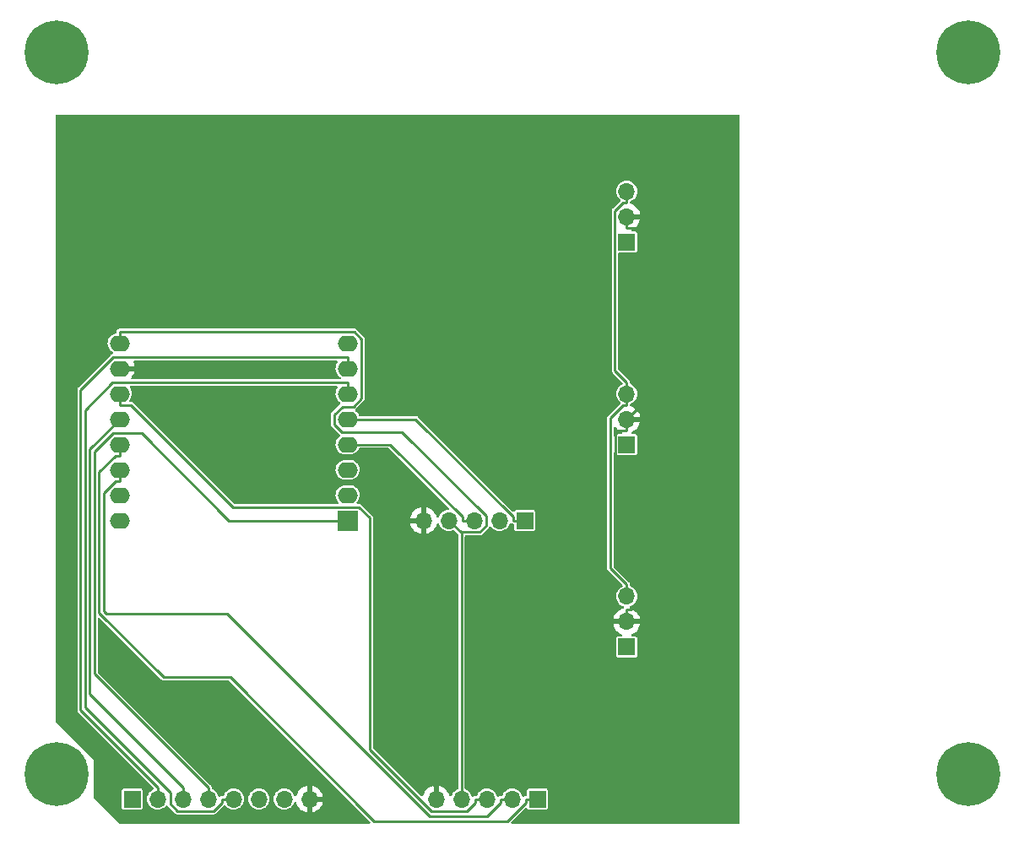
<source format=gbr>
%TF.GenerationSoftware,KiCad,Pcbnew,(6.0.5)*%
%TF.CreationDate,2022-06-11T22:34:52+01:00*%
%TF.ProjectId,kiln-pcb,6b696c6e-2d70-4636-922e-6b696361645f,rev?*%
%TF.SameCoordinates,Original*%
%TF.FileFunction,Copper,L2,Bot*%
%TF.FilePolarity,Positive*%
%FSLAX46Y46*%
G04 Gerber Fmt 4.6, Leading zero omitted, Abs format (unit mm)*
G04 Created by KiCad (PCBNEW (6.0.5)) date 2022-06-11 22:34:52*
%MOMM*%
%LPD*%
G01*
G04 APERTURE LIST*
%TA.AperFunction,ComponentPad*%
%ADD10R,1.700000X1.700000*%
%TD*%
%TA.AperFunction,ComponentPad*%
%ADD11O,1.700000X1.700000*%
%TD*%
%TA.AperFunction,ComponentPad*%
%ADD12C,0.800000*%
%TD*%
%TA.AperFunction,ComponentPad*%
%ADD13C,6.400000*%
%TD*%
%TA.AperFunction,ComponentPad*%
%ADD14R,2.000000X2.000000*%
%TD*%
%TA.AperFunction,ComponentPad*%
%ADD15O,2.000000X1.600000*%
%TD*%
%TA.AperFunction,Conductor*%
%ADD16C,0.250000*%
%TD*%
G04 APERTURE END LIST*
D10*
%TO.P,J5,1,Pin_1*%
%TO.N,Sig_relay*%
X137220000Y-83820000D03*
D11*
%TO.P,J5,2,Pin_2*%
%TO.N,GND_relay*%
X137220000Y-81280000D03*
%TO.P,J5,3,Pin_3*%
%TO.N,3V3*%
X137220000Y-78740000D03*
%TD*%
D12*
%TO.P,REF\u002A\u002A,1*%
%TO.N,N/C*%
X171450000Y-46850000D03*
X169752944Y-46147056D03*
X169752944Y-42752944D03*
X171450000Y-42050000D03*
D13*
X171450000Y-44450000D03*
D12*
X173147056Y-46147056D03*
X173850000Y-44450000D03*
X169050000Y-44450000D03*
X173147056Y-42752944D03*
%TD*%
D10*
%TO.P,J1,1,Pin_1*%
%TO.N,unconnected-(J1-Pad1)*%
X87630000Y-119380000D03*
D11*
%TO.P,J1,2,Pin_2*%
%TO.N,CS_TFT*%
X90170000Y-119380000D03*
%TO.P,J1,3,Pin_3*%
%TO.N,DC_TFT*%
X92710000Y-119380000D03*
%TO.P,J1,4,Pin_4*%
%TO.N,RES_TFT*%
X95250000Y-119380000D03*
%TO.P,J1,5,Pin_5*%
%TO.N,SDA_TFT*%
X97790000Y-119380000D03*
%TO.P,J1,6,Pin_6*%
%TO.N,SCK_T*%
X100330000Y-119380000D03*
%TO.P,J1,7,Pin_7*%
%TO.N,5V*%
X102870000Y-119380000D03*
%TO.P,J1,8,Pin_8*%
%TO.N,GND_relay*%
X105410000Y-119380000D03*
%TD*%
D12*
%TO.P,REF\u002A\u002A,1*%
%TO.N,N/C*%
X80010000Y-114440000D03*
X81707056Y-118537056D03*
X80010000Y-119240000D03*
X82410000Y-116840000D03*
X78312944Y-118537056D03*
X81707056Y-115142944D03*
X78312944Y-115142944D03*
X77610000Y-116840000D03*
D13*
X80010000Y-116840000D03*
%TD*%
D14*
%TO.P,U1,1,~{RST}*%
%TO.N,RES_TFT*%
X109220000Y-91440000D03*
D15*
%TO.P,U1,2,A0*%
%TO.N,unconnected-(U1-Pad2)*%
X109220000Y-88900000D03*
%TO.P,U1,3,D0*%
%TO.N,Sig_relay*%
X109220000Y-86360000D03*
%TO.P,U1,4,SCK/D5*%
%TO.N,SCK_T*%
X109220000Y-83820000D03*
%TO.P,U1,5,MISO/D6*%
%TO.N,SO_T*%
X109220000Y-81280000D03*
%TO.P,U1,6,MOSI/D7*%
%TO.N,SDA_TFT*%
X109220000Y-78740000D03*
%TO.P,U1,7,CS/D8*%
%TO.N,CS_TFT*%
X109220000Y-76200000D03*
%TO.P,U1,8,3V3*%
%TO.N,3V3*%
X109220000Y-73660000D03*
%TO.P,U1,9,5V*%
%TO.N,5V*%
X86360000Y-73660000D03*
%TO.P,U1,10,GND*%
%TO.N,GND_relay*%
X86360000Y-76200000D03*
%TO.P,U1,11,D4*%
%TO.N,SW_ROTARY*%
X86360000Y-78740000D03*
%TO.P,U1,12,D3*%
%TO.N,DC_TFT*%
X86360000Y-81280000D03*
%TO.P,U1,13,SDA/D2*%
%TO.N,CLK_ROTARY*%
X86360000Y-83820000D03*
%TO.P,U1,14,SCL/D1*%
%TO.N,DT_ROTARY*%
X86360000Y-86360000D03*
%TO.P,U1,15,RX*%
%TO.N,unconnected-(U1-Pad15)*%
X86360000Y-88900000D03*
%TO.P,U1,16,TX*%
%TO.N,CS_T*%
X86360000Y-91440000D03*
%TD*%
D10*
%TO.P,J6,1,Pin_1*%
%TO.N,Sig_relay*%
X137220000Y-104125000D03*
D11*
%TO.P,J6,2,Pin_2*%
%TO.N,GND_relay*%
X137220000Y-101585000D03*
%TO.P,J6,3,Pin_3*%
%TO.N,3V3*%
X137220000Y-99045000D03*
%TD*%
D10*
%TO.P,J3,1,Pin_1*%
%TO.N,CLK_ROTARY*%
X128265000Y-119380000D03*
D11*
%TO.P,J3,2,Pin_2*%
%TO.N,DT_ROTARY*%
X125725000Y-119380000D03*
%TO.P,J3,3,Pin_3*%
%TO.N,SW_ROTARY*%
X123185000Y-119380000D03*
%TO.P,J3,4,Pin_4*%
%TO.N,5V*%
X120645000Y-119380000D03*
%TO.P,J3,5,Pin_5*%
%TO.N,GND_relay*%
X118105000Y-119380000D03*
%TD*%
D12*
%TO.P,REF\u002A\u002A,1*%
%TO.N,N/C*%
X173147056Y-118537056D03*
D13*
X171450000Y-116840000D03*
D12*
X173147056Y-115142944D03*
X171450000Y-114440000D03*
X169752944Y-118537056D03*
X169050000Y-116840000D03*
X169752944Y-115142944D03*
X171450000Y-119240000D03*
X173850000Y-116840000D03*
%TD*%
%TO.P,REF\u002A\u002A,1*%
%TO.N,N/C*%
X81707056Y-46147056D03*
X80010000Y-46850000D03*
X77610000Y-44450000D03*
X81707056Y-42752944D03*
X78312944Y-42752944D03*
D13*
X80010000Y-44450000D03*
D12*
X82410000Y-44450000D03*
X80010000Y-42050000D03*
X78312944Y-46147056D03*
%TD*%
D10*
%TO.P,J2,1,Pin_1*%
%TO.N,SO_T*%
X127000000Y-91440000D03*
D11*
%TO.P,J2,2,Pin_2*%
%TO.N,CS_T*%
X124460000Y-91440000D03*
%TO.P,J2,3,Pin_3*%
%TO.N,SCK_T*%
X121920000Y-91440000D03*
%TO.P,J2,4,Pin_4*%
%TO.N,5V*%
X119380000Y-91440000D03*
%TO.P,J2,5,Pin_5*%
%TO.N,GND_relay*%
X116840000Y-91440000D03*
%TD*%
D10*
%TO.P,J4,1,Pin_1*%
%TO.N,Sig_relay*%
X137220000Y-63500000D03*
D11*
%TO.P,J4,2,Pin_2*%
%TO.N,GND_relay*%
X137220000Y-60960000D03*
%TO.P,J4,3,Pin_3*%
%TO.N,3V3*%
X137220000Y-58420000D03*
%TD*%
D16*
%TO.N,CS_TFT*%
X109220000Y-75074700D02*
X85693500Y-75074700D01*
X85693500Y-75074700D02*
X82444000Y-78324200D01*
X82444000Y-78324200D02*
X82444000Y-110478700D01*
X82444000Y-110478700D02*
X90170000Y-118204700D01*
X90170000Y-119380000D02*
X90170000Y-118204700D01*
X109220000Y-76200000D02*
X109220000Y-75074700D01*
%TO.N,DC_TFT*%
X83377600Y-108872300D02*
X92710000Y-118204700D01*
X92710000Y-119380000D02*
X92710000Y-118204700D01*
X86360000Y-81280000D02*
X83377600Y-84262400D01*
X83377600Y-84262400D02*
X83377600Y-108872300D01*
%TO.N,RES_TFT*%
X109220000Y-91440000D02*
X97322700Y-91440000D01*
X88572900Y-82690200D02*
X85676700Y-82690200D01*
X95250000Y-119380000D02*
X95250000Y-118204700D01*
X83828300Y-106783000D02*
X95250000Y-118204700D01*
X97322700Y-91440000D02*
X88572900Y-82690200D01*
X83828300Y-84538600D02*
X83828300Y-106783000D01*
X85676700Y-82690200D02*
X83828300Y-84538600D01*
%TO.N,SDA_TFT*%
X95775100Y-120584900D02*
X96614700Y-119745300D01*
X82894600Y-80368700D02*
X82894600Y-110204400D01*
X109220000Y-78740000D02*
X109220000Y-77614700D01*
X97790000Y-119380000D02*
X96614700Y-119380000D01*
X109220000Y-77614700D02*
X85648600Y-77614700D01*
X92146500Y-120584900D02*
X95775100Y-120584900D01*
X82894600Y-110204400D02*
X91440000Y-118749800D01*
X91440000Y-118749800D02*
X91440000Y-119878400D01*
X96614700Y-119745300D02*
X96614700Y-119380000D01*
X91440000Y-119878400D02*
X92146500Y-120584900D01*
X85648600Y-77614700D02*
X82894600Y-80368700D01*
%TO.N,5V*%
X123102200Y-92000600D02*
X122487400Y-92615400D01*
X109894800Y-72534700D02*
X110598700Y-73238600D01*
X110598700Y-73238600D02*
X110598700Y-79217300D01*
X107867300Y-81798300D02*
X108619000Y-82550000D01*
X110598700Y-79217300D02*
X109806000Y-80010000D01*
X109806000Y-80010000D02*
X108698300Y-80010000D01*
X86360000Y-73660000D02*
X86360000Y-72534700D01*
X108698300Y-80010000D02*
X107867300Y-80841000D01*
X120645000Y-92615400D02*
X120645000Y-119380000D01*
X120555400Y-92615400D02*
X119380000Y-91440000D01*
X114705500Y-82550000D02*
X123102200Y-90946700D01*
X120645000Y-92615400D02*
X120555400Y-92615400D01*
X122487400Y-92615400D02*
X120645000Y-92615400D01*
X86360000Y-72534700D02*
X109894800Y-72534700D01*
X107867300Y-80841000D02*
X107867300Y-81798300D01*
X108619000Y-82550000D02*
X114705500Y-82550000D01*
X123102200Y-90946700D02*
X123102200Y-92000600D01*
%TO.N,SO_T*%
X116032000Y-81280000D02*
X109220000Y-81280000D01*
X125824700Y-91440000D02*
X125824700Y-91072700D01*
X125824700Y-91072700D02*
X116032000Y-81280000D01*
X127000000Y-91440000D02*
X125824700Y-91440000D01*
%TO.N,SCK_T*%
X113492000Y-83820000D02*
X109220000Y-83820000D01*
X121920000Y-91440000D02*
X120744700Y-91440000D01*
X120744700Y-91440000D02*
X120744700Y-91072700D01*
X120744700Y-91072700D02*
X113492000Y-83820000D01*
%TO.N,GND_relay*%
X136044700Y-82822500D02*
X136044700Y-86355600D01*
X138028000Y-62135300D02*
X138425300Y-62532600D01*
X138425300Y-62532600D02*
X138425300Y-80074700D01*
X136044700Y-86355600D02*
X138395400Y-88706300D01*
X138395400Y-88706300D02*
X138395400Y-99601600D01*
X138395400Y-99601600D02*
X137587300Y-100409700D01*
X136411900Y-82455300D02*
X136044700Y-82822500D01*
X137220000Y-81280000D02*
X137220000Y-82455300D01*
X137220000Y-101585000D02*
X137220000Y-100409700D01*
X116840000Y-91440000D02*
X116840000Y-116939700D01*
X137220000Y-62135300D02*
X138028000Y-62135300D01*
X116840000Y-116939700D02*
X118105000Y-118204700D01*
X118105000Y-119380000D02*
X118105000Y-118204700D01*
X137220000Y-82455300D02*
X136411900Y-82455300D01*
X137587300Y-100409700D02*
X137220000Y-100409700D01*
X138425300Y-80074700D02*
X137220000Y-81280000D01*
X137220000Y-60960000D02*
X137220000Y-62135300D01*
%TO.N,3V3*%
X135594400Y-81173500D02*
X135594400Y-96244100D01*
X137220000Y-79915300D02*
X136852600Y-79915300D01*
X136041700Y-60406300D02*
X136041700Y-76386400D01*
X137220000Y-59595300D02*
X136852700Y-59595300D01*
X136041700Y-76386400D02*
X137220000Y-77564700D01*
X137220000Y-78740000D02*
X137220000Y-77564700D01*
X136852700Y-59595300D02*
X136041700Y-60406300D01*
X137220000Y-58420000D02*
X137220000Y-59595300D01*
X137220000Y-78740000D02*
X137220000Y-79915300D01*
X137220000Y-99045000D02*
X137220000Y-97869700D01*
X136852600Y-79915300D02*
X135594400Y-81173500D01*
X135594400Y-96244100D02*
X137220000Y-97869700D01*
%TO.N,CLK_ROTARY*%
X97467100Y-107180100D02*
X111871600Y-121584600D01*
X90794800Y-107180100D02*
X97467100Y-107180100D01*
X111871600Y-121584600D02*
X125252400Y-121584600D01*
X85938000Y-84945300D02*
X84302400Y-86580900D01*
X84302400Y-86580900D02*
X84302400Y-100687700D01*
X86360000Y-83820000D02*
X86360000Y-84945300D01*
X127089700Y-119747300D02*
X127089700Y-119380000D01*
X86360000Y-84945300D02*
X85938000Y-84945300D01*
X84302400Y-100687700D02*
X90794800Y-107180100D01*
X125252400Y-121584600D02*
X127089700Y-119747300D01*
X128265000Y-119380000D02*
X127089700Y-119380000D01*
%TO.N,DT_ROTARY*%
X85011400Y-100756300D02*
X84752800Y-100497700D01*
X124549700Y-119380000D02*
X124549700Y-119747300D01*
X84752800Y-88670500D02*
X85938000Y-87485300D01*
X123217600Y-121079400D02*
X117481000Y-121079400D01*
X84752800Y-100497700D02*
X84752800Y-88670500D01*
X97157900Y-100756300D02*
X85011400Y-100756300D01*
X86360000Y-86360000D02*
X86360000Y-87485300D01*
X117481000Y-121079400D02*
X97157900Y-100756300D01*
X124549700Y-119747300D02*
X123217600Y-121079400D01*
X85938000Y-87485300D02*
X86360000Y-87485300D01*
X125725000Y-119380000D02*
X124549700Y-119380000D01*
%TO.N,SW_ROTARY*%
X97734600Y-90114600D02*
X87485300Y-79865300D01*
X122009700Y-119380000D02*
X122009700Y-119747300D01*
X110384700Y-90114600D02*
X97734600Y-90114600D01*
X117645300Y-120606500D02*
X111446800Y-114408000D01*
X111446800Y-91176700D02*
X110384700Y-90114600D01*
X87485300Y-79865300D02*
X86360000Y-79865300D01*
X111446800Y-114408000D02*
X111446800Y-91176700D01*
X122009700Y-119747300D02*
X121150500Y-120606500D01*
X123185000Y-119380000D02*
X122009700Y-119380000D01*
X86360000Y-78740000D02*
X86360000Y-79865300D01*
X121150500Y-120606500D02*
X117645300Y-120606500D01*
%TD*%
%TA.AperFunction,Conductor*%
%TO.N,GND_relay*%
G36*
X148495679Y-50748150D02*
G01*
X148542172Y-50801806D01*
X148553558Y-50854148D01*
X148553558Y-121722148D01*
X148533556Y-121790269D01*
X148479900Y-121836762D01*
X148427558Y-121848148D01*
X125753368Y-121848148D01*
X125685247Y-121828146D01*
X125638754Y-121774490D01*
X125628650Y-121704216D01*
X125658144Y-121639636D01*
X125664273Y-121633053D01*
X127025218Y-120272108D01*
X127087530Y-120238082D01*
X127158345Y-120243147D01*
X127215181Y-120285694D01*
X127225123Y-120303151D01*
X127226133Y-120308231D01*
X127270448Y-120374552D01*
X127336769Y-120418867D01*
X127348938Y-120421288D01*
X127348939Y-120421288D01*
X127389184Y-120429293D01*
X127395252Y-120430500D01*
X129134748Y-120430500D01*
X129140816Y-120429293D01*
X129181061Y-120421288D01*
X129181062Y-120421288D01*
X129193231Y-120418867D01*
X129259552Y-120374552D01*
X129303867Y-120308231D01*
X129310670Y-120274033D01*
X129314293Y-120255816D01*
X129315500Y-120249748D01*
X129315500Y-118510252D01*
X129303867Y-118451769D01*
X129259552Y-118385448D01*
X129193231Y-118341133D01*
X129181062Y-118338712D01*
X129181061Y-118338712D01*
X129140816Y-118330707D01*
X129134748Y-118329500D01*
X127395252Y-118329500D01*
X127389184Y-118330707D01*
X127348939Y-118338712D01*
X127348938Y-118338712D01*
X127336769Y-118341133D01*
X127270448Y-118385448D01*
X127226133Y-118451769D01*
X127214500Y-118510252D01*
X127214500Y-118928500D01*
X127194498Y-118996621D01*
X127140842Y-119043114D01*
X127088500Y-119054500D01*
X127032306Y-119054500D01*
X127015486Y-119060622D01*
X126994276Y-119066305D01*
X126976655Y-119069412D01*
X126961156Y-119078360D01*
X126941257Y-119087639D01*
X126924440Y-119093760D01*
X126915994Y-119100847D01*
X126906450Y-119106357D01*
X126905013Y-119103868D01*
X126855396Y-119125581D01*
X126785292Y-119114361D01*
X126732382Y-119067021D01*
X126718828Y-119037013D01*
X126713143Y-119018185D01*
X126700935Y-118977749D01*
X126604218Y-118795849D01*
X126486063Y-118650977D01*
X126477906Y-118640975D01*
X126477903Y-118640972D01*
X126474011Y-118636200D01*
X126467173Y-118630543D01*
X126320025Y-118508811D01*
X126320021Y-118508809D01*
X126315275Y-118504882D01*
X126134055Y-118406897D01*
X125937254Y-118345977D01*
X125931129Y-118345333D01*
X125931128Y-118345333D01*
X125738498Y-118325087D01*
X125738496Y-118325087D01*
X125732369Y-118324443D01*
X125645529Y-118332346D01*
X125533342Y-118342555D01*
X125533339Y-118342556D01*
X125527203Y-118343114D01*
X125329572Y-118401280D01*
X125147002Y-118496726D01*
X125142201Y-118500586D01*
X125142198Y-118500588D01*
X124991254Y-118621950D01*
X124986447Y-118625815D01*
X124854024Y-118783630D01*
X124851056Y-118789028D01*
X124851053Y-118789033D01*
X124798501Y-118884626D01*
X124754776Y-118964162D01*
X124752914Y-118970031D01*
X124750485Y-118975699D01*
X124748458Y-118974830D01*
X124714342Y-119025481D01*
X124649140Y-119053575D01*
X124633901Y-119054500D01*
X124492306Y-119054500D01*
X124475486Y-119060622D01*
X124454276Y-119066305D01*
X124436655Y-119069412D01*
X124421156Y-119078360D01*
X124401257Y-119087639D01*
X124384440Y-119093760D01*
X124375994Y-119100847D01*
X124366450Y-119106357D01*
X124365013Y-119103868D01*
X124315396Y-119125581D01*
X124245292Y-119114361D01*
X124192382Y-119067021D01*
X124178828Y-119037013D01*
X124173143Y-119018185D01*
X124160935Y-118977749D01*
X124064218Y-118795849D01*
X123946063Y-118650977D01*
X123937906Y-118640975D01*
X123937903Y-118640972D01*
X123934011Y-118636200D01*
X123927173Y-118630543D01*
X123780025Y-118508811D01*
X123780021Y-118508809D01*
X123775275Y-118504882D01*
X123594055Y-118406897D01*
X123397254Y-118345977D01*
X123391129Y-118345333D01*
X123391128Y-118345333D01*
X123198498Y-118325087D01*
X123198496Y-118325087D01*
X123192369Y-118324443D01*
X123105529Y-118332346D01*
X122993342Y-118342555D01*
X122993339Y-118342556D01*
X122987203Y-118343114D01*
X122789572Y-118401280D01*
X122607002Y-118496726D01*
X122602201Y-118500586D01*
X122602198Y-118500588D01*
X122451254Y-118621950D01*
X122446447Y-118625815D01*
X122314024Y-118783630D01*
X122311056Y-118789028D01*
X122311053Y-118789033D01*
X122258501Y-118884626D01*
X122214776Y-118964162D01*
X122212914Y-118970031D01*
X122210485Y-118975699D01*
X122208458Y-118974830D01*
X122174342Y-119025481D01*
X122109140Y-119053575D01*
X122093901Y-119054500D01*
X121952306Y-119054500D01*
X121935486Y-119060622D01*
X121914276Y-119066305D01*
X121896655Y-119069412D01*
X121881156Y-119078360D01*
X121861257Y-119087639D01*
X121844440Y-119093760D01*
X121835994Y-119100847D01*
X121826450Y-119106357D01*
X121825013Y-119103868D01*
X121775396Y-119125581D01*
X121705292Y-119114361D01*
X121652382Y-119067021D01*
X121638828Y-119037013D01*
X121633143Y-119018185D01*
X121620935Y-118977749D01*
X121524218Y-118795849D01*
X121406063Y-118650977D01*
X121397906Y-118640975D01*
X121397903Y-118640972D01*
X121394011Y-118636200D01*
X121387173Y-118630543D01*
X121240025Y-118508811D01*
X121240021Y-118508809D01*
X121235275Y-118504882D01*
X121054055Y-118406897D01*
X121048167Y-118405074D01*
X121047676Y-118404868D01*
X120992628Y-118360033D01*
X120970500Y-118288712D01*
X120970500Y-101852966D01*
X135888257Y-101852966D01*
X135918565Y-101987446D01*
X135921645Y-101997275D01*
X136001770Y-102194603D01*
X136006413Y-102203794D01*
X136117694Y-102385388D01*
X136123777Y-102393699D01*
X136263213Y-102554667D01*
X136270580Y-102561883D01*
X136434434Y-102697916D01*
X136442881Y-102703831D01*
X136626756Y-102811279D01*
X136636043Y-102815729D01*
X136675484Y-102830790D01*
X136731987Y-102873778D01*
X136756280Y-102940489D01*
X136740650Y-103009743D01*
X136690059Y-103059554D01*
X136630535Y-103074500D01*
X136350252Y-103074500D01*
X136344184Y-103075707D01*
X136303939Y-103083712D01*
X136303938Y-103083712D01*
X136291769Y-103086133D01*
X136225448Y-103130448D01*
X136181133Y-103196769D01*
X136169500Y-103255252D01*
X136169500Y-104994748D01*
X136181133Y-105053231D01*
X136225448Y-105119552D01*
X136291769Y-105163867D01*
X136303938Y-105166288D01*
X136303939Y-105166288D01*
X136344184Y-105174293D01*
X136350252Y-105175500D01*
X138089748Y-105175500D01*
X138095816Y-105174293D01*
X138136061Y-105166288D01*
X138136062Y-105166288D01*
X138148231Y-105163867D01*
X138214552Y-105119552D01*
X138258867Y-105053231D01*
X138270500Y-104994748D01*
X138270500Y-103255252D01*
X138258867Y-103196769D01*
X138214552Y-103130448D01*
X138148231Y-103086133D01*
X138136062Y-103083712D01*
X138136061Y-103083712D01*
X138095816Y-103075707D01*
X138089748Y-103074500D01*
X137810107Y-103074500D01*
X137741986Y-103054498D01*
X137695493Y-103000842D01*
X137685389Y-102930568D01*
X137714883Y-102865988D01*
X137754675Y-102835349D01*
X137913090Y-102757742D01*
X137921945Y-102752464D01*
X138095328Y-102628792D01*
X138103200Y-102622139D01*
X138254052Y-102471812D01*
X138260730Y-102463965D01*
X138385003Y-102291020D01*
X138390313Y-102282183D01*
X138484670Y-102091267D01*
X138488469Y-102081672D01*
X138550377Y-101877910D01*
X138552555Y-101867837D01*
X138553986Y-101856962D01*
X138551775Y-101842778D01*
X138538617Y-101839000D01*
X135903225Y-101839000D01*
X135889694Y-101842973D01*
X135888257Y-101852966D01*
X120970500Y-101852966D01*
X120970500Y-96272907D01*
X135265136Y-96272907D01*
X135267990Y-96283556D01*
X135274891Y-96309310D01*
X135277270Y-96320042D01*
X135283812Y-96357145D01*
X135289323Y-96366690D01*
X135290515Y-96369966D01*
X135291992Y-96373134D01*
X135294846Y-96383784D01*
X135301170Y-96392815D01*
X135316455Y-96414644D01*
X135322361Y-96423915D01*
X135335693Y-96447006D01*
X135341206Y-96456555D01*
X135349651Y-96463641D01*
X135370082Y-96480785D01*
X135378185Y-96488211D01*
X136789758Y-97899784D01*
X136823784Y-97962096D01*
X136818719Y-98032911D01*
X136776172Y-98089747D01*
X136759038Y-98100540D01*
X136642002Y-98161726D01*
X136637201Y-98165586D01*
X136637198Y-98165588D01*
X136626971Y-98173811D01*
X136481447Y-98290815D01*
X136349024Y-98448630D01*
X136346056Y-98454028D01*
X136346053Y-98454033D01*
X136339315Y-98466290D01*
X136249776Y-98629162D01*
X136187484Y-98825532D01*
X136186798Y-98831649D01*
X136186797Y-98831653D01*
X136165207Y-99024137D01*
X136164520Y-99030262D01*
X136181759Y-99235553D01*
X136238544Y-99433586D01*
X136241359Y-99439063D01*
X136241360Y-99439066D01*
X136262247Y-99479707D01*
X136332712Y-99616818D01*
X136460677Y-99778270D01*
X136617564Y-99911791D01*
X136797398Y-100012297D01*
X136862437Y-100033429D01*
X136921042Y-100073502D01*
X136948680Y-100138898D01*
X136936574Y-100208855D01*
X136888568Y-100261162D01*
X136862646Y-100273027D01*
X136696868Y-100327212D01*
X136687359Y-100331209D01*
X136498463Y-100429542D01*
X136489738Y-100435036D01*
X136319433Y-100562905D01*
X136311726Y-100569748D01*
X136164590Y-100723717D01*
X136158104Y-100731727D01*
X136038098Y-100907649D01*
X136033000Y-100916623D01*
X135943338Y-101109783D01*
X135939775Y-101119470D01*
X135884389Y-101319183D01*
X135885912Y-101327607D01*
X135898292Y-101331000D01*
X138538344Y-101331000D01*
X138551875Y-101327027D01*
X138553180Y-101317947D01*
X138511214Y-101150875D01*
X138507894Y-101141124D01*
X138422972Y-100945814D01*
X138418105Y-100936739D01*
X138302426Y-100757926D01*
X138296136Y-100749757D01*
X138152806Y-100592240D01*
X138145273Y-100585215D01*
X137978139Y-100453222D01*
X137969552Y-100447517D01*
X137783117Y-100344599D01*
X137773705Y-100340369D01*
X137582031Y-100272493D01*
X137524495Y-100230899D01*
X137498579Y-100164801D01*
X137512513Y-100095185D01*
X137561872Y-100044154D01*
X137590206Y-100032362D01*
X137595790Y-100030803D01*
X137595799Y-100030800D01*
X137601725Y-100029145D01*
X137607214Y-100026372D01*
X137607220Y-100026370D01*
X137780116Y-99939033D01*
X137785610Y-99936258D01*
X137947951Y-99809424D01*
X138082564Y-99653472D01*
X138103387Y-99616818D01*
X138181276Y-99479707D01*
X138184323Y-99474344D01*
X138249351Y-99278863D01*
X138275171Y-99074474D01*
X138275583Y-99045000D01*
X138255480Y-98839970D01*
X138195935Y-98642749D01*
X138099218Y-98460849D01*
X138025859Y-98370902D01*
X137972906Y-98305975D01*
X137972903Y-98305972D01*
X137969011Y-98301200D01*
X137951786Y-98286950D01*
X137815025Y-98173811D01*
X137815021Y-98173809D01*
X137810275Y-98169882D01*
X137629055Y-98071897D01*
X137623167Y-98070074D01*
X137622676Y-98069868D01*
X137567628Y-98025033D01*
X137545500Y-97953712D01*
X137545500Y-97889410D01*
X137545980Y-97878428D01*
X137548303Y-97851880D01*
X137548303Y-97851878D01*
X137549264Y-97840893D01*
X137539508Y-97804485D01*
X137537130Y-97793758D01*
X137536538Y-97790399D01*
X137530588Y-97756655D01*
X137525077Y-97747110D01*
X137523885Y-97743834D01*
X137522408Y-97740666D01*
X137519554Y-97730016D01*
X137497945Y-97699156D01*
X137492039Y-97689885D01*
X137478707Y-97666794D01*
X137473194Y-97657245D01*
X137444317Y-97633015D01*
X137436215Y-97625589D01*
X135956805Y-96146179D01*
X135922779Y-96083867D01*
X135919900Y-96057084D01*
X135919900Y-84714116D01*
X135939902Y-84645995D01*
X135993558Y-84599502D01*
X136063832Y-84589398D01*
X136128412Y-84618892D01*
X136166796Y-84678618D01*
X136168979Y-84689852D01*
X136169500Y-84689748D01*
X136176635Y-84725616D01*
X136181133Y-84748231D01*
X136225448Y-84814552D01*
X136291769Y-84858867D01*
X136303938Y-84861288D01*
X136303939Y-84861288D01*
X136344184Y-84869293D01*
X136350252Y-84870500D01*
X138089748Y-84870500D01*
X138095816Y-84869293D01*
X138136061Y-84861288D01*
X138136062Y-84861288D01*
X138148231Y-84858867D01*
X138214552Y-84814552D01*
X138258867Y-84748231D01*
X138263366Y-84725616D01*
X138269293Y-84695816D01*
X138270500Y-84689748D01*
X138270500Y-82950252D01*
X138258867Y-82891769D01*
X138214552Y-82825448D01*
X138148231Y-82781133D01*
X138136062Y-82778712D01*
X138136061Y-82778712D01*
X138095816Y-82770707D01*
X138089748Y-82769500D01*
X137810107Y-82769500D01*
X137741986Y-82749498D01*
X137695493Y-82695842D01*
X137685389Y-82625568D01*
X137714883Y-82560988D01*
X137754675Y-82530349D01*
X137913090Y-82452742D01*
X137921945Y-82447464D01*
X138095328Y-82323792D01*
X138103200Y-82317139D01*
X138254052Y-82166812D01*
X138260730Y-82158965D01*
X138385003Y-81986020D01*
X138390313Y-81977183D01*
X138484670Y-81786267D01*
X138488469Y-81776672D01*
X138550377Y-81572910D01*
X138552555Y-81562837D01*
X138553986Y-81551962D01*
X138551775Y-81537778D01*
X138538617Y-81534000D01*
X137092000Y-81534000D01*
X137023879Y-81513998D01*
X136977386Y-81460342D01*
X136966000Y-81408000D01*
X136966000Y-81152000D01*
X136986002Y-81083879D01*
X137039658Y-81037386D01*
X137092000Y-81026000D01*
X138538344Y-81026000D01*
X138551875Y-81022027D01*
X138553180Y-81012947D01*
X138511214Y-80845875D01*
X138507894Y-80836124D01*
X138422972Y-80640814D01*
X138418105Y-80631739D01*
X138302426Y-80452926D01*
X138296136Y-80444757D01*
X138152806Y-80287240D01*
X138145273Y-80280215D01*
X137978139Y-80148222D01*
X137969552Y-80142517D01*
X137783117Y-80039599D01*
X137773705Y-80035368D01*
X137629440Y-79984281D01*
X137571903Y-79942686D01*
X137545988Y-79876589D01*
X137545500Y-79865508D01*
X137545500Y-79830062D01*
X137565502Y-79761941D01*
X137614690Y-79717596D01*
X137780113Y-79634035D01*
X137780115Y-79634034D01*
X137785610Y-79631258D01*
X137799315Y-79620551D01*
X137895003Y-79545791D01*
X137947951Y-79504424D01*
X137988443Y-79457514D01*
X138078540Y-79353134D01*
X138078540Y-79353133D01*
X138082564Y-79348472D01*
X138085709Y-79342937D01*
X138174706Y-79186273D01*
X138184323Y-79169344D01*
X138249351Y-78973863D01*
X138275171Y-78769474D01*
X138275583Y-78740000D01*
X138255480Y-78534970D01*
X138195935Y-78337749D01*
X138099218Y-78155849D01*
X137983413Y-78013858D01*
X137972906Y-78000975D01*
X137972903Y-78000972D01*
X137969011Y-77996200D01*
X137951786Y-77981950D01*
X137815025Y-77868811D01*
X137815021Y-77868809D01*
X137810275Y-77864882D01*
X137629055Y-77766897D01*
X137623167Y-77765074D01*
X137622676Y-77764868D01*
X137567628Y-77720033D01*
X137545500Y-77648712D01*
X137545500Y-77584410D01*
X137545980Y-77573428D01*
X137548303Y-77546880D01*
X137548303Y-77546878D01*
X137549264Y-77535893D01*
X137539508Y-77499485D01*
X137537130Y-77488758D01*
X137536538Y-77485399D01*
X137530588Y-77451655D01*
X137525077Y-77442110D01*
X137523885Y-77438834D01*
X137522408Y-77435666D01*
X137519554Y-77425016D01*
X137497945Y-77394156D01*
X137492039Y-77384885D01*
X137478707Y-77361794D01*
X137473194Y-77352245D01*
X137444317Y-77328015D01*
X137436215Y-77320589D01*
X136404105Y-76288479D01*
X136370079Y-76226167D01*
X136367200Y-76199384D01*
X136367200Y-64676500D01*
X136387202Y-64608379D01*
X136440858Y-64561886D01*
X136493200Y-64550500D01*
X138089748Y-64550500D01*
X138095816Y-64549293D01*
X138136061Y-64541288D01*
X138136062Y-64541288D01*
X138148231Y-64538867D01*
X138214552Y-64494552D01*
X138258867Y-64428231D01*
X138270500Y-64369748D01*
X138270500Y-62630252D01*
X138258867Y-62571769D01*
X138214552Y-62505448D01*
X138148231Y-62461133D01*
X138136062Y-62458712D01*
X138136061Y-62458712D01*
X138095816Y-62450707D01*
X138089748Y-62449500D01*
X137810107Y-62449500D01*
X137741986Y-62429498D01*
X137695493Y-62375842D01*
X137685389Y-62305568D01*
X137714883Y-62240988D01*
X137754675Y-62210349D01*
X137913090Y-62132742D01*
X137921945Y-62127464D01*
X138095328Y-62003792D01*
X138103200Y-61997139D01*
X138254052Y-61846812D01*
X138260730Y-61838965D01*
X138385003Y-61666020D01*
X138390313Y-61657183D01*
X138484670Y-61466267D01*
X138488469Y-61456672D01*
X138550377Y-61252910D01*
X138552555Y-61242837D01*
X138553986Y-61231962D01*
X138551775Y-61217778D01*
X138538617Y-61214000D01*
X137092000Y-61214000D01*
X137023879Y-61193998D01*
X136977386Y-61140342D01*
X136966000Y-61088000D01*
X136966000Y-60832000D01*
X136986002Y-60763879D01*
X137039658Y-60717386D01*
X137092000Y-60706000D01*
X138538344Y-60706000D01*
X138551875Y-60702027D01*
X138553180Y-60692947D01*
X138511214Y-60525875D01*
X138507894Y-60516124D01*
X138422972Y-60320814D01*
X138418105Y-60311739D01*
X138302426Y-60132926D01*
X138296136Y-60124757D01*
X138152806Y-59967240D01*
X138145273Y-59960215D01*
X137978139Y-59828222D01*
X137969552Y-59822517D01*
X137783117Y-59719599D01*
X137773705Y-59715368D01*
X137629440Y-59664281D01*
X137571903Y-59622686D01*
X137545988Y-59556589D01*
X137545500Y-59545508D01*
X137545500Y-59510062D01*
X137565502Y-59441941D01*
X137614690Y-59397596D01*
X137780113Y-59314035D01*
X137780115Y-59314034D01*
X137785610Y-59311258D01*
X137947951Y-59184424D01*
X138082564Y-59028472D01*
X138103387Y-58991818D01*
X138181276Y-58854707D01*
X138184323Y-58849344D01*
X138249351Y-58653863D01*
X138275171Y-58449474D01*
X138275583Y-58420000D01*
X138255480Y-58214970D01*
X138195935Y-58017749D01*
X138099218Y-57835849D01*
X138025859Y-57745902D01*
X137972906Y-57680975D01*
X137972903Y-57680972D01*
X137969011Y-57676200D01*
X137951786Y-57661950D01*
X137815025Y-57548811D01*
X137815021Y-57548809D01*
X137810275Y-57544882D01*
X137629055Y-57446897D01*
X137432254Y-57385977D01*
X137426129Y-57385333D01*
X137426128Y-57385333D01*
X137233498Y-57365087D01*
X137233496Y-57365087D01*
X137227369Y-57364443D01*
X137140529Y-57372346D01*
X137028342Y-57382555D01*
X137028339Y-57382556D01*
X137022203Y-57383114D01*
X136824572Y-57441280D01*
X136642002Y-57536726D01*
X136637201Y-57540586D01*
X136637198Y-57540588D01*
X136626971Y-57548811D01*
X136481447Y-57665815D01*
X136349024Y-57823630D01*
X136346056Y-57829028D01*
X136346053Y-57829033D01*
X136339315Y-57841290D01*
X136249776Y-58004162D01*
X136187484Y-58200532D01*
X136186798Y-58206649D01*
X136186797Y-58206653D01*
X136165207Y-58399137D01*
X136164520Y-58405262D01*
X136181759Y-58610553D01*
X136238544Y-58808586D01*
X136241359Y-58814063D01*
X136241360Y-58814066D01*
X136262247Y-58854707D01*
X136332712Y-58991818D01*
X136460677Y-59153270D01*
X136465370Y-59157264D01*
X136465371Y-59157265D01*
X136558590Y-59236601D01*
X136597503Y-59295984D01*
X136598134Y-59366978D01*
X136566023Y-59421650D01*
X135825478Y-60162196D01*
X135817374Y-60169622D01*
X135788506Y-60193845D01*
X135782993Y-60203394D01*
X135769661Y-60226485D01*
X135763755Y-60235756D01*
X135742146Y-60266616D01*
X135739292Y-60277266D01*
X135737815Y-60280434D01*
X135736623Y-60283710D01*
X135731112Y-60293255D01*
X135727853Y-60311739D01*
X135724570Y-60330358D01*
X135722192Y-60341085D01*
X135712436Y-60377493D01*
X135713397Y-60388478D01*
X135713397Y-60388480D01*
X135715720Y-60415028D01*
X135716200Y-60426010D01*
X135716200Y-76366690D01*
X135715720Y-76377672D01*
X135712436Y-76415207D01*
X135722191Y-76451610D01*
X135724570Y-76462342D01*
X135731112Y-76499445D01*
X135736623Y-76508990D01*
X135737815Y-76512266D01*
X135739292Y-76515434D01*
X135742146Y-76526084D01*
X135763755Y-76556944D01*
X135769661Y-76566215D01*
X135781323Y-76586414D01*
X135788506Y-76598855D01*
X135796951Y-76605941D01*
X135817382Y-76623085D01*
X135825485Y-76630511D01*
X136789758Y-77594784D01*
X136823784Y-77657096D01*
X136818719Y-77727911D01*
X136776172Y-77784747D01*
X136759038Y-77795540D01*
X136642002Y-77856726D01*
X136637201Y-77860586D01*
X136637198Y-77860588D01*
X136538181Y-77940200D01*
X136481447Y-77985815D01*
X136349024Y-78143630D01*
X136346056Y-78149028D01*
X136346053Y-78149033D01*
X136260235Y-78305137D01*
X136249776Y-78324162D01*
X136187484Y-78520532D01*
X136186798Y-78526649D01*
X136186797Y-78526653D01*
X136169086Y-78684556D01*
X136164520Y-78725262D01*
X136181759Y-78930553D01*
X136238544Y-79128586D01*
X136241359Y-79134063D01*
X136241360Y-79134066D01*
X136315313Y-79277964D01*
X136332712Y-79311818D01*
X136460677Y-79473270D01*
X136465370Y-79477264D01*
X136465371Y-79477265D01*
X136558537Y-79556556D01*
X136597450Y-79615939D01*
X136598081Y-79686933D01*
X136565969Y-79741605D01*
X135378185Y-80929389D01*
X135370081Y-80936816D01*
X135341206Y-80961045D01*
X135335693Y-80970594D01*
X135322361Y-80993685D01*
X135316455Y-81002956D01*
X135294846Y-81033816D01*
X135291992Y-81044466D01*
X135290515Y-81047634D01*
X135289323Y-81050910D01*
X135283812Y-81060455D01*
X135279682Y-81083879D01*
X135277270Y-81097558D01*
X135274892Y-81108285D01*
X135265136Y-81144693D01*
X135266097Y-81155678D01*
X135266097Y-81155680D01*
X135268420Y-81182228D01*
X135268900Y-81193210D01*
X135268900Y-96224390D01*
X135268420Y-96235372D01*
X135265136Y-96272907D01*
X120970500Y-96272907D01*
X120970500Y-93066900D01*
X120990502Y-92998779D01*
X121044158Y-92952286D01*
X121096500Y-92940900D01*
X122467690Y-92940900D01*
X122478672Y-92941380D01*
X122505220Y-92943703D01*
X122505222Y-92943703D01*
X122516207Y-92944664D01*
X122552615Y-92934908D01*
X122563342Y-92932530D01*
X122566701Y-92931938D01*
X122600445Y-92925988D01*
X122609990Y-92920477D01*
X122613266Y-92919285D01*
X122616434Y-92917808D01*
X122627084Y-92914954D01*
X122657944Y-92893345D01*
X122667215Y-92887439D01*
X122690306Y-92874107D01*
X122699855Y-92868594D01*
X122724079Y-92839725D01*
X122731506Y-92831620D01*
X123318428Y-92244699D01*
X123326532Y-92237273D01*
X123346949Y-92220141D01*
X123355394Y-92213055D01*
X123374239Y-92180415D01*
X123380143Y-92171147D01*
X123395431Y-92149313D01*
X123401753Y-92140284D01*
X123404606Y-92129638D01*
X123406082Y-92126472D01*
X123407275Y-92123195D01*
X123412788Y-92113645D01*
X123413190Y-92111363D01*
X123452098Y-92058513D01*
X123518418Y-92033172D01*
X123587911Y-92047708D01*
X123627156Y-92080510D01*
X123653419Y-92113645D01*
X123700677Y-92173270D01*
X123705370Y-92177264D01*
X123705371Y-92177265D01*
X123779541Y-92240388D01*
X123857564Y-92306791D01*
X123862942Y-92309797D01*
X123862944Y-92309798D01*
X123881911Y-92320398D01*
X124037398Y-92407297D01*
X124112352Y-92431651D01*
X124227471Y-92469056D01*
X124227475Y-92469057D01*
X124233329Y-92470959D01*
X124437894Y-92495351D01*
X124444029Y-92494879D01*
X124444031Y-92494879D01*
X124516625Y-92489293D01*
X124643300Y-92479546D01*
X124649230Y-92477890D01*
X124649232Y-92477890D01*
X124783459Y-92440413D01*
X124841725Y-92424145D01*
X124847214Y-92421372D01*
X124847220Y-92421370D01*
X125020116Y-92334033D01*
X125025610Y-92331258D01*
X125041345Y-92318965D01*
X125183101Y-92208213D01*
X125187951Y-92204424D01*
X125212786Y-92175653D01*
X125318540Y-92053134D01*
X125318540Y-92053133D01*
X125322564Y-92048472D01*
X125333395Y-92029407D01*
X125368734Y-91967198D01*
X125424323Y-91869344D01*
X125454324Y-91779158D01*
X125494805Y-91720834D01*
X125560393Y-91693654D01*
X125630264Y-91706249D01*
X125642074Y-91714004D01*
X125650997Y-91719156D01*
X125659439Y-91726240D01*
X125669792Y-91730008D01*
X125669797Y-91730011D01*
X125676260Y-91732363D01*
X125696162Y-91741643D01*
X125711655Y-91750588D01*
X125722509Y-91752502D01*
X125722515Y-91752504D01*
X125729276Y-91753696D01*
X125750484Y-91759378D01*
X125756008Y-91761388D01*
X125767306Y-91765500D01*
X125823500Y-91765500D01*
X125891621Y-91785502D01*
X125938114Y-91839158D01*
X125949500Y-91891500D01*
X125949500Y-92309748D01*
X125950707Y-92315816D01*
X125954331Y-92334033D01*
X125961133Y-92368231D01*
X126005448Y-92434552D01*
X126071769Y-92478867D01*
X126083938Y-92481288D01*
X126083939Y-92481288D01*
X126124184Y-92489293D01*
X126130252Y-92490500D01*
X127869748Y-92490500D01*
X127875816Y-92489293D01*
X127916061Y-92481288D01*
X127916062Y-92481288D01*
X127928231Y-92478867D01*
X127994552Y-92434552D01*
X128038867Y-92368231D01*
X128045670Y-92334033D01*
X128049293Y-92315816D01*
X128050500Y-92309748D01*
X128050500Y-90570252D01*
X128038867Y-90511769D01*
X127994552Y-90445448D01*
X127928231Y-90401133D01*
X127916062Y-90398712D01*
X127916061Y-90398712D01*
X127875816Y-90390707D01*
X127869748Y-90389500D01*
X126130252Y-90389500D01*
X126124184Y-90390707D01*
X126083939Y-90398712D01*
X126083938Y-90398712D01*
X126071769Y-90401133D01*
X126005448Y-90445448D01*
X125961133Y-90511769D01*
X125960884Y-90513020D01*
X125921171Y-90562298D01*
X125853807Y-90584717D01*
X125785016Y-90567157D01*
X125760218Y-90547892D01*
X116276111Y-81063785D01*
X116268684Y-81055681D01*
X116261932Y-81047634D01*
X116244455Y-81026806D01*
X116234906Y-81021293D01*
X116211815Y-81007961D01*
X116202544Y-81002055D01*
X116180715Y-80986770D01*
X116171684Y-80980446D01*
X116161034Y-80977592D01*
X116157866Y-80976115D01*
X116154590Y-80974923D01*
X116145045Y-80969412D01*
X116111301Y-80963462D01*
X116107942Y-80962870D01*
X116097215Y-80960492D01*
X116060807Y-80950736D01*
X116049822Y-80951697D01*
X116049820Y-80951697D01*
X116023272Y-80954020D01*
X116012290Y-80954500D01*
X110454221Y-80954500D01*
X110386100Y-80934498D01*
X110339607Y-80880842D01*
X110335971Y-80872008D01*
X110329792Y-80855214D01*
X110323881Y-80839148D01*
X110320520Y-80833727D01*
X110220137Y-80671824D01*
X110220134Y-80671820D01*
X110216774Y-80666401D01*
X110137267Y-80582325D01*
X110081508Y-80523361D01*
X110081507Y-80523360D01*
X110077119Y-80518720D01*
X110032668Y-80487595D01*
X110012026Y-80473141D01*
X109967698Y-80417684D01*
X109960389Y-80347064D01*
X109992420Y-80283704D01*
X110003307Y-80273405D01*
X110008906Y-80268707D01*
X110018455Y-80263194D01*
X110042685Y-80234317D01*
X110050111Y-80226215D01*
X110814915Y-79461411D01*
X110823019Y-79453984D01*
X110843449Y-79436841D01*
X110851894Y-79429755D01*
X110857407Y-79420206D01*
X110870739Y-79397115D01*
X110876645Y-79387844D01*
X110891930Y-79366015D01*
X110898254Y-79356984D01*
X110901108Y-79346334D01*
X110902585Y-79343166D01*
X110903777Y-79339890D01*
X110909288Y-79330345D01*
X110915830Y-79293242D01*
X110918209Y-79282510D01*
X110925110Y-79256756D01*
X110927964Y-79246107D01*
X110924680Y-79208572D01*
X110924200Y-79197590D01*
X110924200Y-73258310D01*
X110924680Y-73247328D01*
X110927003Y-73220780D01*
X110927003Y-73220778D01*
X110927964Y-73209793D01*
X110918208Y-73173385D01*
X110915830Y-73162658D01*
X110915238Y-73159299D01*
X110909288Y-73125555D01*
X110903777Y-73116010D01*
X110902585Y-73112734D01*
X110901108Y-73109566D01*
X110898254Y-73098916D01*
X110876645Y-73068056D01*
X110870739Y-73058785D01*
X110857407Y-73035694D01*
X110851894Y-73026145D01*
X110823017Y-73001915D01*
X110814915Y-72994489D01*
X110138911Y-72318485D01*
X110131484Y-72310381D01*
X110114341Y-72289951D01*
X110114340Y-72289950D01*
X110107255Y-72281506D01*
X110091755Y-72272557D01*
X110074615Y-72262661D01*
X110065344Y-72256755D01*
X110048114Y-72244690D01*
X110034484Y-72235146D01*
X110023834Y-72232292D01*
X110020666Y-72230815D01*
X110017390Y-72229623D01*
X110007845Y-72224112D01*
X109974101Y-72218162D01*
X109970742Y-72217570D01*
X109960015Y-72215192D01*
X109923607Y-72205436D01*
X109912622Y-72206397D01*
X109912620Y-72206397D01*
X109886072Y-72208720D01*
X109875090Y-72209200D01*
X86302606Y-72209200D01*
X86285786Y-72215322D01*
X86264576Y-72221005D01*
X86246955Y-72224112D01*
X86231456Y-72233060D01*
X86211557Y-72242339D01*
X86194740Y-72248460D01*
X86186295Y-72255546D01*
X86186293Y-72255547D01*
X86181028Y-72259965D01*
X86163047Y-72272556D01*
X86147545Y-72281506D01*
X86140461Y-72289948D01*
X86140459Y-72289950D01*
X86136040Y-72295216D01*
X86120514Y-72310742D01*
X86115931Y-72314588D01*
X86106806Y-72322245D01*
X86097858Y-72337743D01*
X86085261Y-72355733D01*
X86073760Y-72369439D01*
X86069992Y-72379792D01*
X86069989Y-72379797D01*
X86067637Y-72386260D01*
X86058357Y-72406162D01*
X86049412Y-72421655D01*
X86047498Y-72432509D01*
X86047496Y-72432515D01*
X86046304Y-72439276D01*
X86040622Y-72460484D01*
X86038612Y-72466008D01*
X86034500Y-72477306D01*
X86034500Y-72558283D01*
X86014498Y-72626404D01*
X85960842Y-72672897D01*
X85946182Y-72678516D01*
X85763828Y-72735662D01*
X85586056Y-72834203D01*
X85431729Y-72966477D01*
X85427822Y-72971514D01*
X85427820Y-72971516D01*
X85402521Y-73004132D01*
X85307152Y-73127081D01*
X85217413Y-73309455D01*
X85215804Y-73315633D01*
X85215803Y-73315635D01*
X85189603Y-73416220D01*
X85166178Y-73506148D01*
X85155541Y-73709126D01*
X85185935Y-73910097D01*
X85256119Y-74100852D01*
X85259479Y-74106272D01*
X85259480Y-74106273D01*
X85359863Y-74268176D01*
X85359866Y-74268180D01*
X85363226Y-74273599D01*
X85502881Y-74421280D01*
X85589086Y-74481641D01*
X85660430Y-74531597D01*
X85704758Y-74587054D01*
X85712067Y-74657673D01*
X85680036Y-74721034D01*
X85618835Y-74757019D01*
X85610038Y-74758896D01*
X85591309Y-74762198D01*
X85591308Y-74762198D01*
X85580455Y-74764112D01*
X85570911Y-74769622D01*
X85567634Y-74770815D01*
X85564466Y-74772292D01*
X85553816Y-74775146D01*
X85544785Y-74781470D01*
X85522956Y-74796755D01*
X85513685Y-74802661D01*
X85490594Y-74815993D01*
X85481045Y-74821506D01*
X85473959Y-74829951D01*
X85456815Y-74850382D01*
X85449389Y-74858485D01*
X82227785Y-78080089D01*
X82219681Y-78087516D01*
X82190806Y-78111745D01*
X82185293Y-78121294D01*
X82171961Y-78144385D01*
X82166055Y-78153656D01*
X82144446Y-78184516D01*
X82141592Y-78195166D01*
X82140115Y-78198334D01*
X82138923Y-78201610D01*
X82133412Y-78211155D01*
X82127462Y-78244899D01*
X82126870Y-78248258D01*
X82124492Y-78258985D01*
X82114736Y-78295393D01*
X82115697Y-78306378D01*
X82115697Y-78306380D01*
X82118020Y-78332928D01*
X82118500Y-78343910D01*
X82118500Y-110458990D01*
X82118020Y-110469972D01*
X82114736Y-110507507D01*
X82117590Y-110518156D01*
X82124491Y-110543910D01*
X82126870Y-110554642D01*
X82133412Y-110591745D01*
X82138923Y-110601290D01*
X82140115Y-110604566D01*
X82141592Y-110607734D01*
X82144446Y-110618384D01*
X82150770Y-110627415D01*
X82166055Y-110649244D01*
X82171961Y-110658515D01*
X82185293Y-110681606D01*
X82190806Y-110691155D01*
X82199251Y-110698241D01*
X82219682Y-110715385D01*
X82227785Y-110722811D01*
X89739758Y-118234784D01*
X89773784Y-118297096D01*
X89768719Y-118367911D01*
X89726172Y-118424747D01*
X89709038Y-118435540D01*
X89592002Y-118496726D01*
X89587201Y-118500586D01*
X89587198Y-118500588D01*
X89436254Y-118621950D01*
X89431447Y-118625815D01*
X89299024Y-118783630D01*
X89296056Y-118789028D01*
X89296053Y-118789033D01*
X89243501Y-118884626D01*
X89199776Y-118964162D01*
X89137484Y-119160532D01*
X89136798Y-119166649D01*
X89136797Y-119166653D01*
X89126287Y-119260356D01*
X89114520Y-119365262D01*
X89115036Y-119371406D01*
X89130902Y-119560342D01*
X89131759Y-119570553D01*
X89133458Y-119576478D01*
X89179395Y-119736678D01*
X89188544Y-119768586D01*
X89191359Y-119774063D01*
X89191360Y-119774066D01*
X89279897Y-119946341D01*
X89282712Y-119951818D01*
X89410677Y-120113270D01*
X89415370Y-120117264D01*
X89415371Y-120117265D01*
X89495832Y-120185742D01*
X89567564Y-120246791D01*
X89572942Y-120249797D01*
X89572944Y-120249798D01*
X89590125Y-120259400D01*
X89747398Y-120347297D01*
X89831280Y-120374552D01*
X89937471Y-120409056D01*
X89937475Y-120409057D01*
X89943329Y-120410959D01*
X90147894Y-120435351D01*
X90154029Y-120434879D01*
X90154031Y-120434879D01*
X90226625Y-120429293D01*
X90353300Y-120419546D01*
X90359230Y-120417890D01*
X90359232Y-120417890D01*
X90545797Y-120365800D01*
X90545796Y-120365800D01*
X90551725Y-120364145D01*
X90557214Y-120361372D01*
X90557220Y-120361370D01*
X90689952Y-120294322D01*
X90735610Y-120271258D01*
X90748743Y-120260998D01*
X90893101Y-120148213D01*
X90897951Y-120144424D01*
X90901972Y-120139766D01*
X90901976Y-120139762D01*
X90973716Y-120056649D01*
X91033369Y-120018151D01*
X91104365Y-120018015D01*
X91164165Y-120056285D01*
X91178217Y-120075979D01*
X91181293Y-120081306D01*
X91186806Y-120090855D01*
X91195251Y-120097941D01*
X91215682Y-120115085D01*
X91223785Y-120122511D01*
X91902389Y-120801115D01*
X91909815Y-120809218D01*
X91934045Y-120838094D01*
X91943594Y-120843607D01*
X91966685Y-120856939D01*
X91975956Y-120862845D01*
X92006816Y-120884454D01*
X92017466Y-120887308D01*
X92020634Y-120888785D01*
X92023910Y-120889977D01*
X92033455Y-120895488D01*
X92067199Y-120901438D01*
X92070558Y-120902030D01*
X92081285Y-120904408D01*
X92117693Y-120914164D01*
X92128669Y-120913204D01*
X92128672Y-120913204D01*
X92155243Y-120910879D01*
X92166224Y-120910400D01*
X95755390Y-120910400D01*
X95766372Y-120910880D01*
X95792920Y-120913203D01*
X95792922Y-120913203D01*
X95803907Y-120914164D01*
X95840315Y-120904408D01*
X95851042Y-120902030D01*
X95854401Y-120901438D01*
X95888145Y-120895488D01*
X95897690Y-120889977D01*
X95900966Y-120888785D01*
X95904134Y-120887308D01*
X95914784Y-120884454D01*
X95945644Y-120862845D01*
X95954915Y-120856939D01*
X95978006Y-120843607D01*
X95987555Y-120838094D01*
X96011785Y-120809217D01*
X96019211Y-120801115D01*
X96787590Y-120032736D01*
X96849902Y-119998710D01*
X96920717Y-120003775D01*
X96975430Y-120043566D01*
X97001720Y-120076735D01*
X97030677Y-120113270D01*
X97035370Y-120117264D01*
X97035371Y-120117265D01*
X97115832Y-120185742D01*
X97187564Y-120246791D01*
X97192942Y-120249797D01*
X97192944Y-120249798D01*
X97210125Y-120259400D01*
X97367398Y-120347297D01*
X97451280Y-120374552D01*
X97557471Y-120409056D01*
X97557475Y-120409057D01*
X97563329Y-120410959D01*
X97767894Y-120435351D01*
X97774029Y-120434879D01*
X97774031Y-120434879D01*
X97846625Y-120429293D01*
X97973300Y-120419546D01*
X97979230Y-120417890D01*
X97979232Y-120417890D01*
X98165797Y-120365800D01*
X98165796Y-120365800D01*
X98171725Y-120364145D01*
X98177214Y-120361372D01*
X98177220Y-120361370D01*
X98309952Y-120294322D01*
X98355610Y-120271258D01*
X98368743Y-120260998D01*
X98513101Y-120148213D01*
X98517951Y-120144424D01*
X98524301Y-120137068D01*
X98648540Y-119993134D01*
X98648540Y-119993133D01*
X98652564Y-119988472D01*
X98673387Y-119951818D01*
X98698729Y-119907207D01*
X98754323Y-119809344D01*
X98819351Y-119613863D01*
X98845171Y-119409474D01*
X98845583Y-119380000D01*
X98844138Y-119365262D01*
X99274520Y-119365262D01*
X99275036Y-119371406D01*
X99290902Y-119560342D01*
X99291759Y-119570553D01*
X99293458Y-119576478D01*
X99339395Y-119736678D01*
X99348544Y-119768586D01*
X99351359Y-119774063D01*
X99351360Y-119774066D01*
X99439897Y-119946341D01*
X99442712Y-119951818D01*
X99570677Y-120113270D01*
X99575370Y-120117264D01*
X99575371Y-120117265D01*
X99655832Y-120185742D01*
X99727564Y-120246791D01*
X99732942Y-120249797D01*
X99732944Y-120249798D01*
X99750125Y-120259400D01*
X99907398Y-120347297D01*
X99991280Y-120374552D01*
X100097471Y-120409056D01*
X100097475Y-120409057D01*
X100103329Y-120410959D01*
X100307894Y-120435351D01*
X100314029Y-120434879D01*
X100314031Y-120434879D01*
X100386625Y-120429293D01*
X100513300Y-120419546D01*
X100519230Y-120417890D01*
X100519232Y-120417890D01*
X100705797Y-120365800D01*
X100705796Y-120365800D01*
X100711725Y-120364145D01*
X100717214Y-120361372D01*
X100717220Y-120361370D01*
X100849952Y-120294322D01*
X100895610Y-120271258D01*
X100908743Y-120260998D01*
X101053101Y-120148213D01*
X101057951Y-120144424D01*
X101064301Y-120137068D01*
X101188540Y-119993134D01*
X101188540Y-119993133D01*
X101192564Y-119988472D01*
X101213387Y-119951818D01*
X101238729Y-119907207D01*
X101294323Y-119809344D01*
X101359351Y-119613863D01*
X101385171Y-119409474D01*
X101385583Y-119380000D01*
X101384138Y-119365262D01*
X101814520Y-119365262D01*
X101815036Y-119371406D01*
X101830902Y-119560342D01*
X101831759Y-119570553D01*
X101833458Y-119576478D01*
X101879395Y-119736678D01*
X101888544Y-119768586D01*
X101891359Y-119774063D01*
X101891360Y-119774066D01*
X101979897Y-119946341D01*
X101982712Y-119951818D01*
X102110677Y-120113270D01*
X102115370Y-120117264D01*
X102115371Y-120117265D01*
X102195832Y-120185742D01*
X102267564Y-120246791D01*
X102272942Y-120249797D01*
X102272944Y-120249798D01*
X102290125Y-120259400D01*
X102447398Y-120347297D01*
X102531280Y-120374552D01*
X102637471Y-120409056D01*
X102637475Y-120409057D01*
X102643329Y-120410959D01*
X102847894Y-120435351D01*
X102854029Y-120434879D01*
X102854031Y-120434879D01*
X102926625Y-120429293D01*
X103053300Y-120419546D01*
X103059230Y-120417890D01*
X103059232Y-120417890D01*
X103245797Y-120365800D01*
X103245796Y-120365800D01*
X103251725Y-120364145D01*
X103257214Y-120361372D01*
X103257220Y-120361370D01*
X103389952Y-120294322D01*
X103435610Y-120271258D01*
X103448743Y-120260998D01*
X103593101Y-120148213D01*
X103597951Y-120144424D01*
X103604301Y-120137068D01*
X103728540Y-119993134D01*
X103728540Y-119993133D01*
X103732564Y-119988472D01*
X103753387Y-119951818D01*
X103778729Y-119907207D01*
X103834323Y-119809344D01*
X103843271Y-119782444D01*
X103858496Y-119736678D01*
X103898978Y-119678354D01*
X103964566Y-119651175D01*
X104034437Y-119663770D01*
X104086406Y-119712141D01*
X104100971Y-119748751D01*
X104108564Y-119782444D01*
X104111645Y-119792275D01*
X104191770Y-119989603D01*
X104196413Y-119998794D01*
X104307694Y-120180388D01*
X104313777Y-120188699D01*
X104453213Y-120349667D01*
X104460580Y-120356883D01*
X104624434Y-120492916D01*
X104632881Y-120498831D01*
X104816756Y-120606279D01*
X104826042Y-120610729D01*
X105025001Y-120686703D01*
X105034899Y-120689579D01*
X105138250Y-120710606D01*
X105152299Y-120709410D01*
X105156000Y-120699065D01*
X105156000Y-120698517D01*
X105664000Y-120698517D01*
X105668064Y-120712359D01*
X105681478Y-120714393D01*
X105688184Y-120713534D01*
X105698262Y-120711392D01*
X105902255Y-120650191D01*
X105911842Y-120646433D01*
X106103095Y-120552739D01*
X106111945Y-120547464D01*
X106285328Y-120423792D01*
X106293200Y-120417139D01*
X106444052Y-120266812D01*
X106450730Y-120258965D01*
X106575003Y-120086020D01*
X106580313Y-120077183D01*
X106674670Y-119886267D01*
X106678469Y-119876672D01*
X106740377Y-119672910D01*
X106742555Y-119662837D01*
X106743986Y-119651962D01*
X106741775Y-119637778D01*
X106728617Y-119634000D01*
X105682115Y-119634000D01*
X105666876Y-119638475D01*
X105665671Y-119639865D01*
X105664000Y-119647548D01*
X105664000Y-120698517D01*
X105156000Y-120698517D01*
X105156000Y-119107885D01*
X105664000Y-119107885D01*
X105668475Y-119123124D01*
X105669865Y-119124329D01*
X105677548Y-119126000D01*
X106728344Y-119126000D01*
X106741875Y-119122027D01*
X106743180Y-119112947D01*
X106701214Y-118945875D01*
X106697894Y-118936124D01*
X106612972Y-118740814D01*
X106608105Y-118731739D01*
X106492426Y-118552926D01*
X106486136Y-118544757D01*
X106342806Y-118387240D01*
X106335273Y-118380215D01*
X106168139Y-118248222D01*
X106159552Y-118242517D01*
X105973117Y-118139599D01*
X105963705Y-118135369D01*
X105762959Y-118064280D01*
X105752988Y-118061646D01*
X105681837Y-118048972D01*
X105668540Y-118050432D01*
X105664000Y-118064989D01*
X105664000Y-119107885D01*
X105156000Y-119107885D01*
X105156000Y-118063102D01*
X105152082Y-118049758D01*
X105137806Y-118047771D01*
X105099324Y-118053660D01*
X105089288Y-118056051D01*
X104886868Y-118122212D01*
X104877359Y-118126209D01*
X104688463Y-118224542D01*
X104679738Y-118230036D01*
X104509433Y-118357905D01*
X104501726Y-118364748D01*
X104354590Y-118518717D01*
X104348104Y-118526727D01*
X104228098Y-118702649D01*
X104223000Y-118711623D01*
X104133338Y-118904783D01*
X104129775Y-118914470D01*
X104101012Y-119018185D01*
X104063533Y-119078483D01*
X103999405Y-119108946D01*
X103928986Y-119099903D01*
X103874636Y-119054224D01*
X103858973Y-119020933D01*
X103858143Y-119018185D01*
X103845935Y-118977749D01*
X103749218Y-118795849D01*
X103631063Y-118650977D01*
X103622906Y-118640975D01*
X103622903Y-118640972D01*
X103619011Y-118636200D01*
X103612173Y-118630543D01*
X103465025Y-118508811D01*
X103465021Y-118508809D01*
X103460275Y-118504882D01*
X103279055Y-118406897D01*
X103082254Y-118345977D01*
X103076129Y-118345333D01*
X103076128Y-118345333D01*
X102883498Y-118325087D01*
X102883496Y-118325087D01*
X102877369Y-118324443D01*
X102790529Y-118332346D01*
X102678342Y-118342555D01*
X102678339Y-118342556D01*
X102672203Y-118343114D01*
X102474572Y-118401280D01*
X102292002Y-118496726D01*
X102287201Y-118500586D01*
X102287198Y-118500588D01*
X102136254Y-118621950D01*
X102131447Y-118625815D01*
X101999024Y-118783630D01*
X101996056Y-118789028D01*
X101996053Y-118789033D01*
X101943501Y-118884626D01*
X101899776Y-118964162D01*
X101837484Y-119160532D01*
X101836798Y-119166649D01*
X101836797Y-119166653D01*
X101826287Y-119260356D01*
X101814520Y-119365262D01*
X101384138Y-119365262D01*
X101365480Y-119174970D01*
X101305935Y-118977749D01*
X101209218Y-118795849D01*
X101091063Y-118650977D01*
X101082906Y-118640975D01*
X101082903Y-118640972D01*
X101079011Y-118636200D01*
X101072173Y-118630543D01*
X100925025Y-118508811D01*
X100925021Y-118508809D01*
X100920275Y-118504882D01*
X100739055Y-118406897D01*
X100542254Y-118345977D01*
X100536129Y-118345333D01*
X100536128Y-118345333D01*
X100343498Y-118325087D01*
X100343496Y-118325087D01*
X100337369Y-118324443D01*
X100250529Y-118332346D01*
X100138342Y-118342555D01*
X100138339Y-118342556D01*
X100132203Y-118343114D01*
X99934572Y-118401280D01*
X99752002Y-118496726D01*
X99747201Y-118500586D01*
X99747198Y-118500588D01*
X99596254Y-118621950D01*
X99591447Y-118625815D01*
X99459024Y-118783630D01*
X99456056Y-118789028D01*
X99456053Y-118789033D01*
X99403501Y-118884626D01*
X99359776Y-118964162D01*
X99297484Y-119160532D01*
X99296798Y-119166649D01*
X99296797Y-119166653D01*
X99286287Y-119260356D01*
X99274520Y-119365262D01*
X98844138Y-119365262D01*
X98825480Y-119174970D01*
X98765935Y-118977749D01*
X98669218Y-118795849D01*
X98551063Y-118650977D01*
X98542906Y-118640975D01*
X98542903Y-118640972D01*
X98539011Y-118636200D01*
X98532173Y-118630543D01*
X98385025Y-118508811D01*
X98385021Y-118508809D01*
X98380275Y-118504882D01*
X98199055Y-118406897D01*
X98002254Y-118345977D01*
X97996129Y-118345333D01*
X97996128Y-118345333D01*
X97803498Y-118325087D01*
X97803496Y-118325087D01*
X97797369Y-118324443D01*
X97710529Y-118332346D01*
X97598342Y-118342555D01*
X97598339Y-118342556D01*
X97592203Y-118343114D01*
X97394572Y-118401280D01*
X97212002Y-118496726D01*
X97207201Y-118500586D01*
X97207198Y-118500588D01*
X97056254Y-118621950D01*
X97051447Y-118625815D01*
X96919024Y-118783630D01*
X96916056Y-118789028D01*
X96916053Y-118789033D01*
X96863501Y-118884626D01*
X96819776Y-118964162D01*
X96817914Y-118970031D01*
X96815485Y-118975699D01*
X96813458Y-118974830D01*
X96779342Y-119025481D01*
X96714140Y-119053575D01*
X96698901Y-119054500D01*
X96557306Y-119054500D01*
X96540486Y-119060622D01*
X96519276Y-119066305D01*
X96501655Y-119069412D01*
X96486156Y-119078360D01*
X96466257Y-119087639D01*
X96449440Y-119093760D01*
X96440994Y-119100847D01*
X96431450Y-119106357D01*
X96430013Y-119103868D01*
X96380396Y-119125581D01*
X96310292Y-119114361D01*
X96257382Y-119067021D01*
X96243828Y-119037013D01*
X96238143Y-119018185D01*
X96225935Y-118977749D01*
X96129218Y-118795849D01*
X96011063Y-118650977D01*
X96002906Y-118640975D01*
X96002903Y-118640972D01*
X95999011Y-118636200D01*
X95992173Y-118630543D01*
X95845025Y-118508811D01*
X95845021Y-118508809D01*
X95840275Y-118504882D01*
X95659055Y-118406897D01*
X95653167Y-118405074D01*
X95652676Y-118404868D01*
X95597628Y-118360033D01*
X95575500Y-118288712D01*
X95575500Y-118224410D01*
X95575980Y-118213428D01*
X95578303Y-118186880D01*
X95578303Y-118186878D01*
X95579264Y-118175893D01*
X95569508Y-118139485D01*
X95567130Y-118128758D01*
X95565976Y-118122212D01*
X95560588Y-118091655D01*
X95555077Y-118082110D01*
X95553885Y-118078834D01*
X95552408Y-118075666D01*
X95549554Y-118065016D01*
X95527945Y-118034156D01*
X95522039Y-118024885D01*
X95508707Y-118001794D01*
X95503194Y-117992245D01*
X95474317Y-117968015D01*
X95466215Y-117960589D01*
X84190705Y-106685079D01*
X84156679Y-106622767D01*
X84153800Y-106595984D01*
X84153800Y-101303616D01*
X84173802Y-101235495D01*
X84227458Y-101189002D01*
X84297732Y-101178898D01*
X84362312Y-101208392D01*
X84368895Y-101214521D01*
X90550689Y-107396315D01*
X90558116Y-107404419D01*
X90582345Y-107433294D01*
X90591894Y-107438807D01*
X90614985Y-107452139D01*
X90624256Y-107458045D01*
X90655116Y-107479654D01*
X90665767Y-107482508D01*
X90668940Y-107483988D01*
X90672212Y-107485179D01*
X90681755Y-107490688D01*
X90718876Y-107497234D01*
X90729583Y-107499608D01*
X90765993Y-107509363D01*
X90776968Y-107508403D01*
X90776970Y-107508403D01*
X90803531Y-107506079D01*
X90814512Y-107505600D01*
X97280084Y-107505600D01*
X97348205Y-107525602D01*
X97369179Y-107542505D01*
X111459726Y-121633053D01*
X111493752Y-121695365D01*
X111488687Y-121766180D01*
X111446140Y-121823016D01*
X111379620Y-121847827D01*
X111370631Y-121848148D01*
X86375748Y-121848148D01*
X86307627Y-121828146D01*
X86286653Y-121811243D01*
X84725158Y-120249748D01*
X86579500Y-120249748D01*
X86580707Y-120255816D01*
X86584331Y-120274033D01*
X86591133Y-120308231D01*
X86635448Y-120374552D01*
X86701769Y-120418867D01*
X86713938Y-120421288D01*
X86713939Y-120421288D01*
X86754184Y-120429293D01*
X86760252Y-120430500D01*
X88499748Y-120430500D01*
X88505816Y-120429293D01*
X88546061Y-120421288D01*
X88546062Y-120421288D01*
X88558231Y-120418867D01*
X88624552Y-120374552D01*
X88668867Y-120308231D01*
X88675670Y-120274033D01*
X88679293Y-120255816D01*
X88680500Y-120249748D01*
X88680500Y-118510252D01*
X88668867Y-118451769D01*
X88624552Y-118385448D01*
X88558231Y-118341133D01*
X88546062Y-118338712D01*
X88546061Y-118338712D01*
X88505816Y-118330707D01*
X88499748Y-118329500D01*
X86760252Y-118329500D01*
X86754184Y-118330707D01*
X86713939Y-118338712D01*
X86713938Y-118338712D01*
X86701769Y-118341133D01*
X86635448Y-118385448D01*
X86591133Y-118451769D01*
X86579500Y-118510252D01*
X86579500Y-120249748D01*
X84725158Y-120249748D01*
X83820463Y-119345053D01*
X83786437Y-119282741D01*
X83783558Y-119255958D01*
X83783558Y-115498148D01*
X80010463Y-111725053D01*
X79976437Y-111662741D01*
X79973558Y-111635958D01*
X79973558Y-50854148D01*
X79993560Y-50786027D01*
X80047216Y-50739534D01*
X80099558Y-50728148D01*
X148427558Y-50728148D01*
X148495679Y-50748150D01*
G37*
%TD.AperFunction*%
%TA.AperFunction,Conductor*%
G36*
X136128412Y-82096013D02*
G01*
X136141137Y-82108739D01*
X136263218Y-82249673D01*
X136270580Y-82256883D01*
X136434434Y-82392916D01*
X136442881Y-82398831D01*
X136626756Y-82506279D01*
X136636043Y-82510729D01*
X136675484Y-82525790D01*
X136731987Y-82568778D01*
X136756280Y-82635489D01*
X136740650Y-82704743D01*
X136690059Y-82754554D01*
X136630535Y-82769500D01*
X136350252Y-82769500D01*
X136344184Y-82770707D01*
X136303939Y-82778712D01*
X136303938Y-82778712D01*
X136291769Y-82781133D01*
X136225448Y-82825448D01*
X136181133Y-82891769D01*
X136169500Y-82950252D01*
X136166670Y-82949689D01*
X136144703Y-83004076D01*
X136086744Y-83045080D01*
X136015818Y-83048240D01*
X135954443Y-83012553D01*
X135922104Y-82949349D01*
X135919900Y-82925884D01*
X135919900Y-82191237D01*
X135939902Y-82123116D01*
X135993558Y-82076623D01*
X136063832Y-82066519D01*
X136128412Y-82096013D01*
G37*
%TD.AperFunction*%
%TA.AperFunction,Conductor*%
G36*
X108185089Y-77960202D02*
G01*
X108231582Y-78013858D01*
X108241686Y-78084132D01*
X108216527Y-78143426D01*
X108191660Y-78175485D01*
X108167152Y-78207081D01*
X108077413Y-78389455D01*
X108075804Y-78395633D01*
X108075803Y-78395635D01*
X108044800Y-78514659D01*
X108026178Y-78586148D01*
X108025844Y-78592527D01*
X108016360Y-78773501D01*
X108015541Y-78789126D01*
X108045935Y-78990097D01*
X108116119Y-79180852D01*
X108119479Y-79186272D01*
X108119480Y-79186273D01*
X108219863Y-79348176D01*
X108219866Y-79348180D01*
X108223226Y-79353599D01*
X108227612Y-79358237D01*
X108329653Y-79466142D01*
X108362881Y-79501280D01*
X108368111Y-79504942D01*
X108368116Y-79504946D01*
X108463024Y-79571401D01*
X108507353Y-79626858D01*
X108514662Y-79697477D01*
X108485020Y-79756114D01*
X108485845Y-79756806D01*
X108481810Y-79761615D01*
X108461625Y-79785670D01*
X108454200Y-79793773D01*
X107651078Y-80596896D01*
X107642974Y-80604322D01*
X107614106Y-80628545D01*
X107608593Y-80638094D01*
X107595261Y-80661185D01*
X107589355Y-80670456D01*
X107567746Y-80701316D01*
X107564892Y-80711966D01*
X107563415Y-80715134D01*
X107562223Y-80718410D01*
X107556712Y-80727955D01*
X107553340Y-80747081D01*
X107550170Y-80765058D01*
X107547792Y-80775785D01*
X107538036Y-80812193D01*
X107538997Y-80823178D01*
X107538997Y-80823180D01*
X107541320Y-80849728D01*
X107541800Y-80860710D01*
X107541800Y-81778590D01*
X107541320Y-81789572D01*
X107538036Y-81827107D01*
X107547791Y-81863510D01*
X107550170Y-81874242D01*
X107556712Y-81911345D01*
X107562223Y-81920890D01*
X107563415Y-81924166D01*
X107564892Y-81927334D01*
X107567746Y-81937984D01*
X107574070Y-81947015D01*
X107589355Y-81968844D01*
X107595261Y-81978115D01*
X107608593Y-82001206D01*
X107614106Y-82010755D01*
X107622551Y-82017841D01*
X107642975Y-82034979D01*
X107651080Y-82042406D01*
X108374901Y-82766228D01*
X108382327Y-82774331D01*
X108406545Y-82803194D01*
X108416091Y-82808705D01*
X108424536Y-82815792D01*
X108422296Y-82818462D01*
X108458195Y-82856118D01*
X108471625Y-82925832D01*
X108445233Y-82991741D01*
X108428196Y-83009511D01*
X108291729Y-83126477D01*
X108167152Y-83287081D01*
X108077413Y-83469455D01*
X108075804Y-83475633D01*
X108075803Y-83475635D01*
X108043438Y-83599888D01*
X108026178Y-83666148D01*
X108025844Y-83672527D01*
X108017069Y-83839975D01*
X108015541Y-83869126D01*
X108045935Y-84070097D01*
X108116119Y-84260852D01*
X108119479Y-84266272D01*
X108119480Y-84266273D01*
X108219863Y-84428176D01*
X108219866Y-84428180D01*
X108223226Y-84433599D01*
X108362881Y-84581280D01*
X108494479Y-84673426D01*
X108517790Y-84689748D01*
X108529379Y-84697863D01*
X108715919Y-84778586D01*
X108761947Y-84788202D01*
X108910144Y-84819162D01*
X108910149Y-84819163D01*
X108914880Y-84820151D01*
X108919762Y-84820407D01*
X108919871Y-84820413D01*
X108919887Y-84820413D01*
X108921539Y-84820500D01*
X109470800Y-84820500D01*
X109545504Y-84812912D01*
X109615868Y-84805765D01*
X109615870Y-84805765D01*
X109622216Y-84805120D01*
X109816172Y-84744338D01*
X109993944Y-84645797D01*
X110006908Y-84634686D01*
X110074632Y-84576639D01*
X110148271Y-84513523D01*
X110272848Y-84352919D01*
X110321098Y-84254863D01*
X110340284Y-84215871D01*
X110388307Y-84163580D01*
X110453339Y-84145500D01*
X113304984Y-84145500D01*
X113373105Y-84165502D01*
X113394079Y-84182405D01*
X119388506Y-90176832D01*
X119422532Y-90239144D01*
X119417467Y-90309959D01*
X119374920Y-90366795D01*
X119310831Y-90391408D01*
X119270081Y-90395117D01*
X119182203Y-90403114D01*
X118984572Y-90461280D01*
X118802002Y-90556726D01*
X118797201Y-90560586D01*
X118797198Y-90560588D01*
X118654826Y-90675058D01*
X118641447Y-90685815D01*
X118509024Y-90843630D01*
X118506056Y-90849028D01*
X118506053Y-90849033D01*
X118422156Y-91001643D01*
X118409776Y-91024162D01*
X118399480Y-91056621D01*
X118391068Y-91083138D01*
X118351405Y-91142022D01*
X118286202Y-91170114D01*
X118216163Y-91158497D01*
X118163523Y-91110857D01*
X118148762Y-91075735D01*
X118131214Y-91005875D01*
X118127894Y-90996124D01*
X118042972Y-90800814D01*
X118038105Y-90791739D01*
X117922426Y-90612926D01*
X117916136Y-90604757D01*
X117772806Y-90447240D01*
X117765273Y-90440215D01*
X117598139Y-90308222D01*
X117589552Y-90302517D01*
X117403117Y-90199599D01*
X117393705Y-90195369D01*
X117192959Y-90124280D01*
X117182988Y-90121646D01*
X117111837Y-90108972D01*
X117098540Y-90110432D01*
X117094000Y-90124989D01*
X117094000Y-92758517D01*
X117098064Y-92772359D01*
X117111478Y-92774393D01*
X117118184Y-92773534D01*
X117128262Y-92771392D01*
X117332255Y-92710191D01*
X117341842Y-92706433D01*
X117533095Y-92612739D01*
X117541945Y-92607464D01*
X117715328Y-92483792D01*
X117723200Y-92477139D01*
X117874052Y-92326812D01*
X117880730Y-92318965D01*
X118005003Y-92146020D01*
X118010313Y-92137183D01*
X118104670Y-91946267D01*
X118108469Y-91936672D01*
X118149593Y-91801319D01*
X118188534Y-91741955D01*
X118253388Y-91713068D01*
X118323564Y-91723830D01*
X118376782Y-91770823D01*
X118391270Y-91803217D01*
X118398544Y-91828586D01*
X118401359Y-91834063D01*
X118401360Y-91834066D01*
X118475310Y-91977958D01*
X118492712Y-92011818D01*
X118620677Y-92173270D01*
X118625370Y-92177264D01*
X118625371Y-92177265D01*
X118699541Y-92240388D01*
X118777564Y-92306791D01*
X118782942Y-92309797D01*
X118782944Y-92309798D01*
X118801911Y-92320398D01*
X118957398Y-92407297D01*
X119032352Y-92431651D01*
X119147471Y-92469056D01*
X119147475Y-92469057D01*
X119153329Y-92470959D01*
X119357894Y-92495351D01*
X119364029Y-92494879D01*
X119364031Y-92494879D01*
X119436625Y-92489293D01*
X119563300Y-92479546D01*
X119569230Y-92477890D01*
X119569232Y-92477890D01*
X119703459Y-92440413D01*
X119761725Y-92424145D01*
X119767221Y-92421369D01*
X119774722Y-92417580D01*
X119844544Y-92404721D01*
X119910235Y-92431651D01*
X119920626Y-92440952D01*
X120282595Y-92802921D01*
X120316621Y-92865233D01*
X120319500Y-92892016D01*
X120319500Y-118288688D01*
X120299498Y-118356809D01*
X120248436Y-118399107D01*
X120249572Y-118401280D01*
X120067002Y-118496726D01*
X120062201Y-118500586D01*
X120062198Y-118500588D01*
X119911254Y-118621950D01*
X119906447Y-118625815D01*
X119774024Y-118783630D01*
X119771056Y-118789028D01*
X119771053Y-118789033D01*
X119718501Y-118884626D01*
X119674776Y-118964162D01*
X119664480Y-118996621D01*
X119656068Y-119023138D01*
X119616405Y-119082022D01*
X119551202Y-119110114D01*
X119481163Y-119098497D01*
X119428523Y-119050857D01*
X119413762Y-119015735D01*
X119396214Y-118945875D01*
X119392894Y-118936124D01*
X119307972Y-118740814D01*
X119303105Y-118731739D01*
X119187426Y-118552926D01*
X119181136Y-118544757D01*
X119037806Y-118387240D01*
X119030273Y-118380215D01*
X118863139Y-118248222D01*
X118854552Y-118242517D01*
X118668117Y-118139599D01*
X118658705Y-118135369D01*
X118457959Y-118064280D01*
X118447988Y-118061646D01*
X118376837Y-118048972D01*
X118363540Y-118050432D01*
X118359000Y-118064989D01*
X118359000Y-119508000D01*
X118338998Y-119576121D01*
X118285342Y-119622614D01*
X118233000Y-119634000D01*
X117977000Y-119634000D01*
X117908879Y-119613998D01*
X117862386Y-119560342D01*
X117851000Y-119508000D01*
X117851000Y-118063102D01*
X117847082Y-118049758D01*
X117832806Y-118047771D01*
X117794324Y-118053660D01*
X117784288Y-118056051D01*
X117581868Y-118122212D01*
X117572359Y-118126209D01*
X117383463Y-118224542D01*
X117374738Y-118230036D01*
X117204433Y-118357905D01*
X117196726Y-118364748D01*
X117049590Y-118518717D01*
X117043104Y-118526727D01*
X116923098Y-118702649D01*
X116918000Y-118711623D01*
X116828338Y-118904783D01*
X116824775Y-118914470D01*
X116793240Y-119028179D01*
X116755761Y-119088477D01*
X116691632Y-119118940D01*
X116621214Y-119109896D01*
X116582728Y-119083602D01*
X111809205Y-114310079D01*
X111775179Y-114247767D01*
X111772300Y-114220984D01*
X111772300Y-91707966D01*
X115508257Y-91707966D01*
X115538565Y-91842446D01*
X115541645Y-91852275D01*
X115621770Y-92049603D01*
X115626413Y-92058794D01*
X115737694Y-92240388D01*
X115743777Y-92248699D01*
X115883213Y-92409667D01*
X115890580Y-92416883D01*
X116054434Y-92552916D01*
X116062881Y-92558831D01*
X116246756Y-92666279D01*
X116256042Y-92670729D01*
X116455001Y-92746703D01*
X116464899Y-92749579D01*
X116568250Y-92770606D01*
X116582299Y-92769410D01*
X116586000Y-92759065D01*
X116586000Y-91712115D01*
X116581525Y-91696876D01*
X116580135Y-91695671D01*
X116572452Y-91694000D01*
X115523225Y-91694000D01*
X115509694Y-91697973D01*
X115508257Y-91707966D01*
X111772300Y-91707966D01*
X111772300Y-91196413D01*
X111772779Y-91185432D01*
X111773763Y-91174183D01*
X115504389Y-91174183D01*
X115505912Y-91182607D01*
X115518292Y-91186000D01*
X116567885Y-91186000D01*
X116583124Y-91181525D01*
X116584329Y-91180135D01*
X116586000Y-91172452D01*
X116586000Y-90123102D01*
X116582082Y-90109758D01*
X116567806Y-90107771D01*
X116529324Y-90113660D01*
X116519288Y-90116051D01*
X116316868Y-90182212D01*
X116307359Y-90186209D01*
X116118463Y-90284542D01*
X116109738Y-90290036D01*
X115939433Y-90417905D01*
X115931726Y-90424748D01*
X115784590Y-90578717D01*
X115778104Y-90586727D01*
X115658098Y-90762649D01*
X115653000Y-90771623D01*
X115563338Y-90964783D01*
X115559775Y-90974470D01*
X115504389Y-91174183D01*
X111773763Y-91174183D01*
X111775103Y-91158870D01*
X111775103Y-91158868D01*
X111776063Y-91147893D01*
X111766308Y-91111483D01*
X111763933Y-91100772D01*
X111762827Y-91094498D01*
X111757388Y-91063655D01*
X111751878Y-91054111D01*
X111750686Y-91050835D01*
X111749207Y-91047664D01*
X111746354Y-91037016D01*
X111724740Y-91006148D01*
X111718836Y-90996879D01*
X111705507Y-90973792D01*
X111705504Y-90973788D01*
X111699994Y-90964245D01*
X111671124Y-90940020D01*
X111663021Y-90932594D01*
X110628810Y-89898384D01*
X110621383Y-89890280D01*
X110597155Y-89861406D01*
X110587606Y-89855893D01*
X110564515Y-89842561D01*
X110555244Y-89836655D01*
X110533415Y-89821370D01*
X110524384Y-89815046D01*
X110513734Y-89812192D01*
X110510566Y-89810715D01*
X110507290Y-89809523D01*
X110497745Y-89804012D01*
X110464001Y-89798062D01*
X110460642Y-89797470D01*
X110449915Y-89795092D01*
X110413507Y-89785336D01*
X110402522Y-89786297D01*
X110402520Y-89786297D01*
X110375972Y-89788620D01*
X110364990Y-89789100D01*
X110253764Y-89789100D01*
X110185643Y-89769098D01*
X110139150Y-89715442D01*
X110129046Y-89645168D01*
X110154204Y-89585874D01*
X110161454Y-89576527D01*
X110272848Y-89432919D01*
X110362587Y-89250545D01*
X110388752Y-89150097D01*
X110412212Y-89060034D01*
X110412212Y-89060031D01*
X110413822Y-89053852D01*
X110424459Y-88850874D01*
X110394065Y-88649903D01*
X110323881Y-88459148D01*
X110270345Y-88372802D01*
X110220137Y-88291824D01*
X110220134Y-88291820D01*
X110216774Y-88286401D01*
X110137267Y-88202325D01*
X110081508Y-88143361D01*
X110081507Y-88143360D01*
X110077119Y-88138720D01*
X109910621Y-88022137D01*
X109724081Y-87941414D01*
X109678053Y-87931798D01*
X109529856Y-87900838D01*
X109529851Y-87900837D01*
X109525120Y-87899849D01*
X109520238Y-87899593D01*
X109520129Y-87899587D01*
X109520113Y-87899587D01*
X109518461Y-87899500D01*
X108969200Y-87899500D01*
X108933906Y-87903085D01*
X108824132Y-87914235D01*
X108824130Y-87914235D01*
X108817784Y-87914880D01*
X108623828Y-87975662D01*
X108446056Y-88074203D01*
X108291729Y-88206477D01*
X108167152Y-88367081D01*
X108077413Y-88549455D01*
X108075804Y-88555633D01*
X108075803Y-88555635D01*
X108049603Y-88656220D01*
X108026178Y-88746148D01*
X108015541Y-88949126D01*
X108045935Y-89150097D01*
X108116119Y-89340852D01*
X108119479Y-89346272D01*
X108119480Y-89346273D01*
X108219863Y-89508176D01*
X108219866Y-89508180D01*
X108223226Y-89513599D01*
X108227612Y-89518237D01*
X108282734Y-89576527D01*
X108315006Y-89639765D01*
X108307966Y-89710412D01*
X108263849Y-89766037D01*
X108191186Y-89789100D01*
X97921616Y-89789100D01*
X97853495Y-89769098D01*
X97832521Y-89752195D01*
X94489452Y-86409126D01*
X108015541Y-86409126D01*
X108045935Y-86610097D01*
X108116119Y-86800852D01*
X108119479Y-86806272D01*
X108119480Y-86806273D01*
X108219863Y-86968176D01*
X108219866Y-86968180D01*
X108223226Y-86973599D01*
X108362881Y-87121280D01*
X108529379Y-87237863D01*
X108715919Y-87318586D01*
X108761947Y-87328202D01*
X108910144Y-87359162D01*
X108910149Y-87359163D01*
X108914880Y-87360151D01*
X108919762Y-87360407D01*
X108919871Y-87360413D01*
X108919887Y-87360413D01*
X108921539Y-87360500D01*
X109470800Y-87360500D01*
X109545504Y-87352912D01*
X109615868Y-87345765D01*
X109615870Y-87345765D01*
X109622216Y-87345120D01*
X109816172Y-87284338D01*
X109993944Y-87185797D01*
X110006908Y-87174686D01*
X110074632Y-87116639D01*
X110148271Y-87053523D01*
X110272848Y-86892919D01*
X110362587Y-86710545D01*
X110388752Y-86610097D01*
X110412212Y-86520034D01*
X110412212Y-86520031D01*
X110413822Y-86513852D01*
X110424459Y-86310874D01*
X110394065Y-86109903D01*
X110323881Y-85919148D01*
X110270345Y-85832802D01*
X110220137Y-85751824D01*
X110220134Y-85751820D01*
X110216774Y-85746401D01*
X110077119Y-85598720D01*
X109910621Y-85482137D01*
X109724081Y-85401414D01*
X109678053Y-85391798D01*
X109529856Y-85360838D01*
X109529851Y-85360837D01*
X109525120Y-85359849D01*
X109520238Y-85359593D01*
X109520129Y-85359587D01*
X109520113Y-85359587D01*
X109518461Y-85359500D01*
X108969200Y-85359500D01*
X108933906Y-85363085D01*
X108824132Y-85374235D01*
X108824130Y-85374235D01*
X108817784Y-85374880D01*
X108623828Y-85435662D01*
X108446056Y-85534203D01*
X108291729Y-85666477D01*
X108167152Y-85827081D01*
X108077413Y-86009455D01*
X108075804Y-86015633D01*
X108075803Y-86015635D01*
X108049603Y-86116220D01*
X108026178Y-86206148D01*
X108025844Y-86212527D01*
X108016360Y-86393501D01*
X108015541Y-86409126D01*
X94489452Y-86409126D01*
X87729411Y-79649085D01*
X87721984Y-79640981D01*
X87704841Y-79620551D01*
X87704842Y-79620551D01*
X87697755Y-79612106D01*
X87688206Y-79606593D01*
X87665115Y-79593261D01*
X87655844Y-79587355D01*
X87634015Y-79572070D01*
X87624984Y-79565746D01*
X87614334Y-79562892D01*
X87611166Y-79561415D01*
X87607890Y-79560223D01*
X87598345Y-79554712D01*
X87564601Y-79548762D01*
X87561242Y-79548170D01*
X87550515Y-79545792D01*
X87514107Y-79536036D01*
X87503122Y-79536997D01*
X87503120Y-79536997D01*
X87476572Y-79539320D01*
X87465590Y-79539800D01*
X87463032Y-79539800D01*
X87394911Y-79519798D01*
X87348418Y-79466142D01*
X87338314Y-79395868D01*
X87363473Y-79336574D01*
X87408935Y-79277964D01*
X87408936Y-79277962D01*
X87412848Y-79272919D01*
X87502587Y-79090545D01*
X87528752Y-78990097D01*
X87552212Y-78900034D01*
X87552212Y-78900031D01*
X87553822Y-78893852D01*
X87560129Y-78773501D01*
X87564125Y-78697256D01*
X87564125Y-78697252D01*
X87564459Y-78690874D01*
X87534065Y-78489903D01*
X87463881Y-78299148D01*
X87360615Y-78132596D01*
X87341719Y-78064161D01*
X87362821Y-77996373D01*
X87417222Y-77950754D01*
X87467702Y-77940200D01*
X108116968Y-77940200D01*
X108185089Y-77960202D01*
G37*
%TD.AperFunction*%
%TA.AperFunction,Conductor*%
G36*
X108185089Y-75420202D02*
G01*
X108231582Y-75473858D01*
X108241686Y-75544132D01*
X108216527Y-75603426D01*
X108171065Y-75662036D01*
X108167152Y-75667081D01*
X108077413Y-75849455D01*
X108075804Y-75855633D01*
X108075803Y-75855635D01*
X108052265Y-75946000D01*
X108026178Y-76046148D01*
X108025844Y-76052527D01*
X108018148Y-76199384D01*
X108015541Y-76249126D01*
X108045935Y-76450097D01*
X108116119Y-76640852D01*
X108119479Y-76646272D01*
X108119480Y-76646273D01*
X108219863Y-76808176D01*
X108219866Y-76808180D01*
X108223226Y-76813599D01*
X108227612Y-76818237D01*
X108268058Y-76861007D01*
X108362881Y-76961280D01*
X108368111Y-76964942D01*
X108368112Y-76964943D01*
X108503849Y-77059987D01*
X108548177Y-77115444D01*
X108555486Y-77186063D01*
X108523455Y-77249424D01*
X108462254Y-77285409D01*
X108431578Y-77289200D01*
X87624781Y-77289200D01*
X87556660Y-77269198D01*
X87510167Y-77215542D01*
X87500063Y-77145268D01*
X87529557Y-77080688D01*
X87535686Y-77074105D01*
X87561916Y-77047875D01*
X87568972Y-77039467D01*
X87693931Y-76861007D01*
X87699414Y-76851511D01*
X87791490Y-76654053D01*
X87795236Y-76643761D01*
X87841394Y-76471497D01*
X87841058Y-76457401D01*
X87833116Y-76454000D01*
X86232000Y-76454000D01*
X86163879Y-76433998D01*
X86117386Y-76380342D01*
X86106000Y-76328000D01*
X86106000Y-76072000D01*
X86126002Y-76003879D01*
X86179658Y-75957386D01*
X86232000Y-75946000D01*
X87827967Y-75946000D01*
X87841498Y-75942027D01*
X87842727Y-75933478D01*
X87795236Y-75756239D01*
X87791490Y-75745947D01*
X87713851Y-75579450D01*
X87703190Y-75509258D01*
X87732170Y-75444446D01*
X87791590Y-75405589D01*
X87828046Y-75400200D01*
X108116968Y-75400200D01*
X108185089Y-75420202D01*
G37*
%TD.AperFunction*%
%TD*%
M02*

</source>
